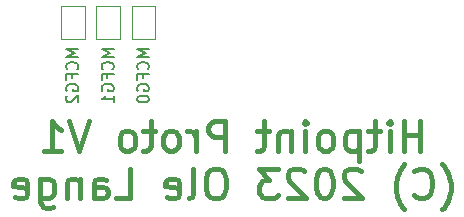
<source format=gbo>
G04 #@! TF.GenerationSoftware,KiCad,Pcbnew,(6.0.10-0)*
G04 #@! TF.CreationDate,2023-01-28T23:12:22+01:00*
G04 #@! TF.ProjectId,hitpoint-proto-v1,68697470-6f69-46e7-942d-70726f746f2d,Proto V1*
G04 #@! TF.SameCoordinates,Original*
G04 #@! TF.FileFunction,Legend,Bot*
G04 #@! TF.FilePolarity,Positive*
%FSLAX46Y46*%
G04 Gerber Fmt 4.6, Leading zero omitted, Abs format (unit mm)*
G04 Created by KiCad (PCBNEW (6.0.10-0)) date 2023-01-28 23:12:22*
%MOMM*%
%LPD*%
G01*
G04 APERTURE LIST*
G04 Aperture macros list*
%AMFreePoly0*
4,1,6,0.500000,-0.750000,-0.650000,-0.750000,-0.150000,0.000000,-0.650000,0.750000,0.500000,0.750000,0.500000,-0.750000,0.500000,-0.750000,$1*%
%AMFreePoly1*
4,1,6,1.000000,0.000000,0.500000,-0.750000,-0.500000,-0.750000,-0.500000,0.750000,0.500000,0.750000,1.000000,0.000000,1.000000,0.000000,$1*%
G04 Aperture macros list end*
%ADD10C,0.400000*%
%ADD11C,0.150000*%
%ADD12C,0.120000*%
%ADD13O,1.700000X1.700000*%
%ADD14R,1.700000X1.700000*%
%ADD15FreePoly0,270.000000*%
%ADD16FreePoly1,270.000000*%
G04 APERTURE END LIST*
D10*
X153392857Y-96868452D02*
X153392857Y-94368452D01*
X153392857Y-95558928D02*
X151964285Y-95558928D01*
X151964285Y-96868452D02*
X151964285Y-94368452D01*
X150773809Y-96868452D02*
X150773809Y-95201785D01*
X150773809Y-94368452D02*
X150892857Y-94487500D01*
X150773809Y-94606547D01*
X150654761Y-94487500D01*
X150773809Y-94368452D01*
X150773809Y-94606547D01*
X149940476Y-95201785D02*
X148988095Y-95201785D01*
X149583333Y-94368452D02*
X149583333Y-96511309D01*
X149464285Y-96749404D01*
X149226190Y-96868452D01*
X148988095Y-96868452D01*
X148154761Y-95201785D02*
X148154761Y-97701785D01*
X148154761Y-95320833D02*
X147916666Y-95201785D01*
X147440476Y-95201785D01*
X147202380Y-95320833D01*
X147083333Y-95439880D01*
X146964285Y-95677976D01*
X146964285Y-96392261D01*
X147083333Y-96630357D01*
X147202380Y-96749404D01*
X147440476Y-96868452D01*
X147916666Y-96868452D01*
X148154761Y-96749404D01*
X145535714Y-96868452D02*
X145773809Y-96749404D01*
X145892857Y-96630357D01*
X146011904Y-96392261D01*
X146011904Y-95677976D01*
X145892857Y-95439880D01*
X145773809Y-95320833D01*
X145535714Y-95201785D01*
X145178571Y-95201785D01*
X144940476Y-95320833D01*
X144821428Y-95439880D01*
X144702380Y-95677976D01*
X144702380Y-96392261D01*
X144821428Y-96630357D01*
X144940476Y-96749404D01*
X145178571Y-96868452D01*
X145535714Y-96868452D01*
X143630952Y-96868452D02*
X143630952Y-95201785D01*
X143630952Y-94368452D02*
X143750000Y-94487500D01*
X143630952Y-94606547D01*
X143511904Y-94487500D01*
X143630952Y-94368452D01*
X143630952Y-94606547D01*
X142440476Y-95201785D02*
X142440476Y-96868452D01*
X142440476Y-95439880D02*
X142321428Y-95320833D01*
X142083333Y-95201785D01*
X141726190Y-95201785D01*
X141488095Y-95320833D01*
X141369047Y-95558928D01*
X141369047Y-96868452D01*
X140535714Y-95201785D02*
X139583333Y-95201785D01*
X140178571Y-94368452D02*
X140178571Y-96511309D01*
X140059523Y-96749404D01*
X139821428Y-96868452D01*
X139583333Y-96868452D01*
X136845238Y-96868452D02*
X136845238Y-94368452D01*
X135892857Y-94368452D01*
X135654761Y-94487500D01*
X135535714Y-94606547D01*
X135416666Y-94844642D01*
X135416666Y-95201785D01*
X135535714Y-95439880D01*
X135654761Y-95558928D01*
X135892857Y-95677976D01*
X136845238Y-95677976D01*
X134345238Y-96868452D02*
X134345238Y-95201785D01*
X134345238Y-95677976D02*
X134226190Y-95439880D01*
X134107142Y-95320833D01*
X133869047Y-95201785D01*
X133630952Y-95201785D01*
X132440476Y-96868452D02*
X132678571Y-96749404D01*
X132797619Y-96630357D01*
X132916666Y-96392261D01*
X132916666Y-95677976D01*
X132797619Y-95439880D01*
X132678571Y-95320833D01*
X132440476Y-95201785D01*
X132083333Y-95201785D01*
X131845238Y-95320833D01*
X131726190Y-95439880D01*
X131607142Y-95677976D01*
X131607142Y-96392261D01*
X131726190Y-96630357D01*
X131845238Y-96749404D01*
X132083333Y-96868452D01*
X132440476Y-96868452D01*
X130892857Y-95201785D02*
X129940476Y-95201785D01*
X130535714Y-94368452D02*
X130535714Y-96511309D01*
X130416666Y-96749404D01*
X130178571Y-96868452D01*
X129940476Y-96868452D01*
X128750000Y-96868452D02*
X128988095Y-96749404D01*
X129107142Y-96630357D01*
X129226190Y-96392261D01*
X129226190Y-95677976D01*
X129107142Y-95439880D01*
X128988095Y-95320833D01*
X128750000Y-95201785D01*
X128392857Y-95201785D01*
X128154761Y-95320833D01*
X128035714Y-95439880D01*
X127916666Y-95677976D01*
X127916666Y-96392261D01*
X128035714Y-96630357D01*
X128154761Y-96749404D01*
X128392857Y-96868452D01*
X128750000Y-96868452D01*
X125297619Y-94368452D02*
X124464285Y-96868452D01*
X123630952Y-94368452D01*
X121488095Y-96868452D02*
X122916666Y-96868452D01*
X122202380Y-96868452D02*
X122202380Y-94368452D01*
X122440476Y-94725595D01*
X122678571Y-94963690D01*
X122916666Y-95082738D01*
X155238095Y-101845833D02*
X155357142Y-101726785D01*
X155595238Y-101369642D01*
X155714285Y-101131547D01*
X155833333Y-100774404D01*
X155952380Y-100179166D01*
X155952380Y-99702976D01*
X155833333Y-99107738D01*
X155714285Y-98750595D01*
X155595238Y-98512500D01*
X155357142Y-98155357D01*
X155238095Y-98036309D01*
X152857142Y-100655357D02*
X152976190Y-100774404D01*
X153333333Y-100893452D01*
X153571428Y-100893452D01*
X153928571Y-100774404D01*
X154166666Y-100536309D01*
X154285714Y-100298214D01*
X154404761Y-99822023D01*
X154404761Y-99464880D01*
X154285714Y-98988690D01*
X154166666Y-98750595D01*
X153928571Y-98512500D01*
X153571428Y-98393452D01*
X153333333Y-98393452D01*
X152976190Y-98512500D01*
X152857142Y-98631547D01*
X152023809Y-101845833D02*
X151904761Y-101726785D01*
X151666666Y-101369642D01*
X151547619Y-101131547D01*
X151428571Y-100774404D01*
X151309523Y-100179166D01*
X151309523Y-99702976D01*
X151428571Y-99107738D01*
X151547619Y-98750595D01*
X151666666Y-98512500D01*
X151904761Y-98155357D01*
X152023809Y-98036309D01*
X148333333Y-98631547D02*
X148214285Y-98512500D01*
X147976190Y-98393452D01*
X147380952Y-98393452D01*
X147142857Y-98512500D01*
X147023809Y-98631547D01*
X146904761Y-98869642D01*
X146904761Y-99107738D01*
X147023809Y-99464880D01*
X148452380Y-100893452D01*
X146904761Y-100893452D01*
X145357142Y-98393452D02*
X145119047Y-98393452D01*
X144880952Y-98512500D01*
X144761904Y-98631547D01*
X144642857Y-98869642D01*
X144523809Y-99345833D01*
X144523809Y-99941071D01*
X144642857Y-100417261D01*
X144761904Y-100655357D01*
X144880952Y-100774404D01*
X145119047Y-100893452D01*
X145357142Y-100893452D01*
X145595238Y-100774404D01*
X145714285Y-100655357D01*
X145833333Y-100417261D01*
X145952380Y-99941071D01*
X145952380Y-99345833D01*
X145833333Y-98869642D01*
X145714285Y-98631547D01*
X145595238Y-98512500D01*
X145357142Y-98393452D01*
X143571428Y-98631547D02*
X143452380Y-98512500D01*
X143214285Y-98393452D01*
X142619047Y-98393452D01*
X142380952Y-98512500D01*
X142261904Y-98631547D01*
X142142857Y-98869642D01*
X142142857Y-99107738D01*
X142261904Y-99464880D01*
X143690476Y-100893452D01*
X142142857Y-100893452D01*
X141309523Y-98393452D02*
X139761904Y-98393452D01*
X140595238Y-99345833D01*
X140238095Y-99345833D01*
X140000000Y-99464880D01*
X139880952Y-99583928D01*
X139761904Y-99822023D01*
X139761904Y-100417261D01*
X139880952Y-100655357D01*
X140000000Y-100774404D01*
X140238095Y-100893452D01*
X140952380Y-100893452D01*
X141190476Y-100774404D01*
X141309523Y-100655357D01*
X136309523Y-98393452D02*
X135833333Y-98393452D01*
X135595238Y-98512500D01*
X135357142Y-98750595D01*
X135238095Y-99226785D01*
X135238095Y-100060119D01*
X135357142Y-100536309D01*
X135595238Y-100774404D01*
X135833333Y-100893452D01*
X136309523Y-100893452D01*
X136547619Y-100774404D01*
X136785714Y-100536309D01*
X136904761Y-100060119D01*
X136904761Y-99226785D01*
X136785714Y-98750595D01*
X136547619Y-98512500D01*
X136309523Y-98393452D01*
X133809523Y-100893452D02*
X134047619Y-100774404D01*
X134166666Y-100536309D01*
X134166666Y-98393452D01*
X131904761Y-100774404D02*
X132142857Y-100893452D01*
X132619047Y-100893452D01*
X132857142Y-100774404D01*
X132976190Y-100536309D01*
X132976190Y-99583928D01*
X132857142Y-99345833D01*
X132619047Y-99226785D01*
X132142857Y-99226785D01*
X131904761Y-99345833D01*
X131785714Y-99583928D01*
X131785714Y-99822023D01*
X132976190Y-100060119D01*
X127619047Y-100893452D02*
X128809523Y-100893452D01*
X128809523Y-98393452D01*
X125714285Y-100893452D02*
X125714285Y-99583928D01*
X125833333Y-99345833D01*
X126071428Y-99226785D01*
X126547619Y-99226785D01*
X126785714Y-99345833D01*
X125714285Y-100774404D02*
X125952380Y-100893452D01*
X126547619Y-100893452D01*
X126785714Y-100774404D01*
X126904761Y-100536309D01*
X126904761Y-100298214D01*
X126785714Y-100060119D01*
X126547619Y-99941071D01*
X125952380Y-99941071D01*
X125714285Y-99822023D01*
X124523809Y-99226785D02*
X124523809Y-100893452D01*
X124523809Y-99464880D02*
X124404761Y-99345833D01*
X124166666Y-99226785D01*
X123809523Y-99226785D01*
X123571428Y-99345833D01*
X123452380Y-99583928D01*
X123452380Y-100893452D01*
X121190476Y-99226785D02*
X121190476Y-101250595D01*
X121309523Y-101488690D01*
X121428571Y-101607738D01*
X121666666Y-101726785D01*
X122023809Y-101726785D01*
X122261904Y-101607738D01*
X121190476Y-100774404D02*
X121428571Y-100893452D01*
X121904761Y-100893452D01*
X122142857Y-100774404D01*
X122261904Y-100655357D01*
X122380952Y-100417261D01*
X122380952Y-99702976D01*
X122261904Y-99464880D01*
X122142857Y-99345833D01*
X121904761Y-99226785D01*
X121428571Y-99226785D01*
X121190476Y-99345833D01*
X119047619Y-100774404D02*
X119285714Y-100893452D01*
X119761904Y-100893452D01*
X120000000Y-100774404D01*
X120119047Y-100536309D01*
X120119047Y-99583928D01*
X120000000Y-99345833D01*
X119761904Y-99226785D01*
X119285714Y-99226785D01*
X119047619Y-99345833D01*
X118928571Y-99583928D01*
X118928571Y-99822023D01*
X120119047Y-100060119D01*
D11*
X127402380Y-88261904D02*
X126402380Y-88261904D01*
X127116666Y-88595238D01*
X126402380Y-88928571D01*
X127402380Y-88928571D01*
X127307142Y-89976190D02*
X127354761Y-89928571D01*
X127402380Y-89785714D01*
X127402380Y-89690476D01*
X127354761Y-89547619D01*
X127259523Y-89452380D01*
X127164285Y-89404761D01*
X126973809Y-89357142D01*
X126830952Y-89357142D01*
X126640476Y-89404761D01*
X126545238Y-89452380D01*
X126450000Y-89547619D01*
X126402380Y-89690476D01*
X126402380Y-89785714D01*
X126450000Y-89928571D01*
X126497619Y-89976190D01*
X126878571Y-90738095D02*
X126878571Y-90404761D01*
X127402380Y-90404761D02*
X126402380Y-90404761D01*
X126402380Y-90880952D01*
X126450000Y-91785714D02*
X126402380Y-91690476D01*
X126402380Y-91547619D01*
X126450000Y-91404761D01*
X126545238Y-91309523D01*
X126640476Y-91261904D01*
X126830952Y-91214285D01*
X126973809Y-91214285D01*
X127164285Y-91261904D01*
X127259523Y-91309523D01*
X127354761Y-91404761D01*
X127402380Y-91547619D01*
X127402380Y-91642857D01*
X127354761Y-91785714D01*
X127307142Y-91833333D01*
X126973809Y-91833333D01*
X126973809Y-91642857D01*
X127402380Y-92785714D02*
X127402380Y-92214285D01*
X127402380Y-92500000D02*
X126402380Y-92500000D01*
X126545238Y-92404761D01*
X126640476Y-92309523D01*
X126688095Y-92214285D01*
X124402380Y-88261904D02*
X123402380Y-88261904D01*
X124116666Y-88595238D01*
X123402380Y-88928571D01*
X124402380Y-88928571D01*
X124307142Y-89976190D02*
X124354761Y-89928571D01*
X124402380Y-89785714D01*
X124402380Y-89690476D01*
X124354761Y-89547619D01*
X124259523Y-89452380D01*
X124164285Y-89404761D01*
X123973809Y-89357142D01*
X123830952Y-89357142D01*
X123640476Y-89404761D01*
X123545238Y-89452380D01*
X123450000Y-89547619D01*
X123402380Y-89690476D01*
X123402380Y-89785714D01*
X123450000Y-89928571D01*
X123497619Y-89976190D01*
X123878571Y-90738095D02*
X123878571Y-90404761D01*
X124402380Y-90404761D02*
X123402380Y-90404761D01*
X123402380Y-90880952D01*
X123450000Y-91785714D02*
X123402380Y-91690476D01*
X123402380Y-91547619D01*
X123450000Y-91404761D01*
X123545238Y-91309523D01*
X123640476Y-91261904D01*
X123830952Y-91214285D01*
X123973809Y-91214285D01*
X124164285Y-91261904D01*
X124259523Y-91309523D01*
X124354761Y-91404761D01*
X124402380Y-91547619D01*
X124402380Y-91642857D01*
X124354761Y-91785714D01*
X124307142Y-91833333D01*
X123973809Y-91833333D01*
X123973809Y-91642857D01*
X123497619Y-92214285D02*
X123450000Y-92261904D01*
X123402380Y-92357142D01*
X123402380Y-92595238D01*
X123450000Y-92690476D01*
X123497619Y-92738095D01*
X123592857Y-92785714D01*
X123688095Y-92785714D01*
X123830952Y-92738095D01*
X124402380Y-92166666D01*
X124402380Y-92785714D01*
X130402379Y-88261904D02*
X129402379Y-88261904D01*
X130116665Y-88595238D01*
X129402379Y-88928571D01*
X130402379Y-88928571D01*
X130307141Y-89976190D02*
X130354760Y-89928571D01*
X130402379Y-89785714D01*
X130402379Y-89690476D01*
X130354760Y-89547619D01*
X130259522Y-89452380D01*
X130164284Y-89404761D01*
X129973808Y-89357142D01*
X129830951Y-89357142D01*
X129640475Y-89404761D01*
X129545237Y-89452380D01*
X129449999Y-89547619D01*
X129402379Y-89690476D01*
X129402379Y-89785714D01*
X129449999Y-89928571D01*
X129497618Y-89976190D01*
X129878570Y-90738095D02*
X129878570Y-90404761D01*
X130402379Y-90404761D02*
X129402379Y-90404761D01*
X129402379Y-90880952D01*
X129449999Y-91785714D02*
X129402379Y-91690476D01*
X129402379Y-91547619D01*
X129449999Y-91404761D01*
X129545237Y-91309523D01*
X129640475Y-91261904D01*
X129830951Y-91214285D01*
X129973808Y-91214285D01*
X130164284Y-91261904D01*
X130259522Y-91309523D01*
X130354760Y-91404761D01*
X130402379Y-91547619D01*
X130402379Y-91642857D01*
X130354760Y-91785714D01*
X130307141Y-91833333D01*
X129973808Y-91833333D01*
X129973808Y-91642857D01*
X129402379Y-92452380D02*
X129402379Y-92547619D01*
X129449999Y-92642857D01*
X129497618Y-92690476D01*
X129592856Y-92738095D01*
X129783332Y-92785714D01*
X130021427Y-92785714D01*
X130211903Y-92738095D01*
X130307141Y-92690476D01*
X130354760Y-92642857D01*
X130402379Y-92547619D01*
X130402379Y-92452380D01*
X130354760Y-92357142D01*
X130307141Y-92309523D01*
X130211903Y-92261904D01*
X130021427Y-92214285D01*
X129783332Y-92214285D01*
X129592856Y-92261904D01*
X129497618Y-92309523D01*
X129449999Y-92357142D01*
X129402379Y-92452380D01*
D12*
X127950000Y-84600000D02*
X125950000Y-84600000D01*
X127950000Y-87400000D02*
X127950000Y-84600000D01*
X125950000Y-87400000D02*
X127950000Y-87400000D01*
X125950000Y-84600000D02*
X125950000Y-87400000D01*
X122950000Y-87400000D02*
X124950000Y-87400000D01*
X124950000Y-84600000D02*
X122950000Y-84600000D01*
X124950000Y-87400000D02*
X124950000Y-84600000D01*
X122950000Y-84600000D02*
X122950000Y-87400000D01*
X130949999Y-84600000D02*
X128949999Y-84600000D01*
X130949999Y-87400000D02*
X130949999Y-84600000D01*
X128949999Y-84600000D02*
X128949999Y-87400000D01*
X128949999Y-87400000D02*
X130949999Y-87400000D01*
%LPC*%
D13*
X117000000Y-81150000D03*
X117000000Y-83690000D03*
X117000000Y-86230000D03*
X117000000Y-88770000D03*
X117000000Y-91310000D03*
D14*
X117000000Y-93850000D03*
D13*
X142585000Y-80000000D03*
X140045000Y-80000000D03*
X137505000Y-80000000D03*
X134965000Y-80000000D03*
D14*
X132425000Y-80000000D03*
D13*
X158000000Y-81150000D03*
X158000000Y-83690000D03*
X158000000Y-86230000D03*
X158000000Y-88770000D03*
X158000000Y-91310000D03*
D14*
X158000000Y-93850000D03*
D15*
X126950000Y-86725000D03*
D16*
X126950000Y-85275000D03*
D15*
X123950000Y-86725000D03*
D16*
X123950000Y-85275000D03*
D15*
X129949999Y-86725000D03*
D16*
X129949999Y-85275000D03*
M02*

</source>
